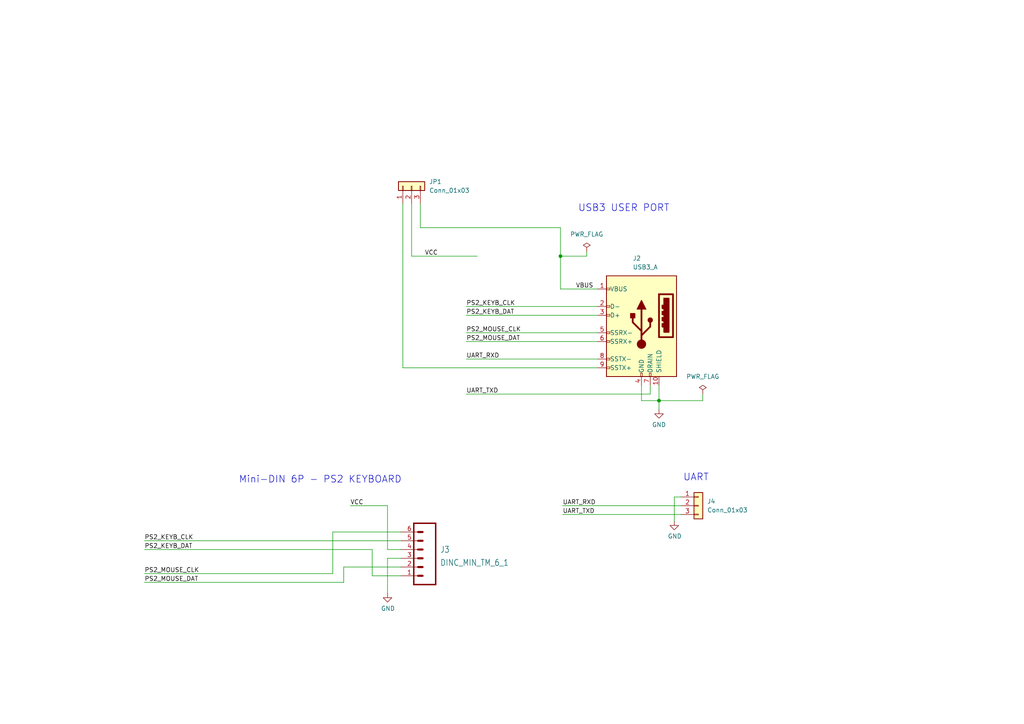
<source format=kicad_sch>
(kicad_sch (version 20211123) (generator eeschema)
  (paper "A4")
  (title_block (title "Pmod / USB3 adapters") (date "2023-02-25") (rev "${VERSION}") (comment 2 "2023 @somhi <@somhic at telegram>") (comment 3 "License: CC-BY-SA 4.0"))
  (lib_symbols
    (symbol "Connector:USB3_A" (pin_names (offset 1.016))
      (property "Reference" "J" (at -10.16 15.24 0))
      (property "Value" "USB3_A" (at 10.16 15.24 0))
      (symbol "USB3_A_0_0"
        (rectangle (start -9.144 8.636) (end -5.08 -3.81) (stroke (width 0.508)))
        (rectangle (start -7.874 7.366) (end -6.604 -2.286) (stroke (width 0.508)) (fill (type outline)))
        (rectangle (start -6.35 0) (end -6.096 -0.762) (stroke (width 0.508)))
        (rectangle (start -6.35 1.778) (end -6.096 1.016) (stroke (width 0.508)))
        (rectangle (start -6.35 3.556) (end -6.096 2.794) (stroke (width 0.508)))
        (rectangle (start -6.35 5.334) (end -6.096 4.572) (stroke (width 0.508)))
        (rectangle (start -2.794 -15.24) (end -2.286 -14.224))
        (rectangle (start -0.254 -15.24) (end 0.254 -14.224))
        (rectangle (start 10.16 -12.446) (end 9.144 -12.954))
        (rectangle (start 10.16 -9.906) (end 9.144 -10.414))
        (rectangle (start 10.16 -4.826) (end 9.144 -5.334))
        (rectangle (start 10.16 -2.286) (end 9.144 -2.794))
        (rectangle (start 10.16 2.794) (end 9.144 2.286))
        (rectangle (start 10.16 5.334) (end 9.144 4.826))
        (rectangle (start 10.16 10.414) (end 9.144 9.906))
      )
      (symbol "USB3_A_0_1"
        (rectangle (start -10.16 13.97) (end 10.16 -15.24) (stroke (width 0.254)) (fill (type background)))
      )
      (symbol "USB3_A_1_1"
        (circle (center -2.54 1.143) (radius 0.635) (stroke (width 0.254)) (fill (type outline)))
        (circle (center 0 -5.842) (radius 1.27) (fill (type outline)))
        (polyline (pts (xy 0 -5.842) (xy 0 4.318)) (stroke (width 0.508)))
        (polyline (pts (xy 0 -3.302) (xy -2.54 -0.762) (xy -2.54 0.508)) (stroke (width 0.508)))
        (polyline (pts (xy 0 -2.032) (xy 2.54 0.508) (xy 2.54 1.778)) (stroke (width 0.508)))
        (polyline (pts (xy -1.27 4.318) (xy 0 6.858) (xy 1.27 4.318) (xy -1.27 4.318)) (stroke (width 0.254)) (fill (type outline)))
        (rectangle (start 1.905 1.778) (end 3.175 3.048) (stroke (width 0.254)) (fill (type outline)))
        (pin power_in line (at 12.7 10.16 180) (length 2.54) (name "VBUS") (number "1"))
        (pin passive line (at -5.08 -17.78 90) (length 2.54) (name "SHIELD") (number "10"))
        (pin bidirectional line (at 12.7 5.08 180) (length 2.54) (name "D-") (number "2"))
        (pin bidirectional line (at 12.7 2.54 180) (length 2.54) (name "D+") (number "3"))
        (pin power_in line (at 0 -17.78 90) (length 2.54) (name "GND") (number "4"))
        (pin output line (at 12.7 -2.54 180) (length 2.54) (name "SSRX-") (number "5"))
        (pin output line (at 12.7 -5.08 180) (length 2.54) (name "SSRX+") (number "6"))
        (pin passive line (at -2.54 -17.78 90) (length 2.54) (name "DRAIN") (number "7"))
        (pin input line (at 12.7 -10.16 180) (length 2.54) (name "SSTX-") (number "8"))
        (pin input line (at 12.7 -12.7 180) (length 2.54) (name "SSTX+") (number "9"))
      )
    )
    (symbol "Connector_Generic:Conn_01x03" (pin_names (offset 1.016) hide)
      (property "Reference" "J" (at 0 5.08 0))
      (property "Value" "Conn_01x03" (at 0 -5.08 0))
      (symbol "Conn_01x03_1_1"
        (rectangle (start -1.27 -2.413) (end 0 -2.667) (stroke (width 0.1524)))
        (rectangle (start -1.27 0.127) (end 0 -0.127) (stroke (width 0.1524)))
        (rectangle (start -1.27 2.667) (end 0 2.413) (stroke (width 0.1524)))
        (rectangle (start -1.27 3.81) (end 1.27 -3.81) (stroke (width 0.254)) (fill (type background)))
        (pin passive line (at -5.08 2.54 0) (length 3.81) (name "Pin_1") (number "1"))
        (pin passive line (at -5.08 0 0) (length 3.81) (name "Pin_2") (number "2"))
        (pin passive line (at -5.08 -2.54 0) (length 3.81) (name "Pin_3") (number "3"))
      )
    )
    (symbol "power:GND" (power) (pin_names (offset 0))
      (property "Value" "GND" (at 0 -3.81 0))
      (symbol "GND_0_1"
        (polyline (pts (xy 0 0) (xy 0 -1.27) (xy 1.27 -1.27) (xy 0 -2.54) (xy -1.27 -1.27) (xy 0 -1.27)))
      )
      (symbol "GND_1_1"
        (pin power_in line (at 0 0 270) (length 0) hide (name "GND") (number "1"))
      )
    )
    (symbol "power:PWR_FLAG" (power) (pin_numbers hide) (pin_names (offset 0) hide)
      (property "Value" "PWR_FLAG" (at 0 3.81 0))
      (symbol "PWR_FLAG_0_0"
        (pin power_out line (at 0 0 90) (length 0) (name "pwr") (number "1"))
      )
      (symbol "PWR_FLAG_0_1"
        (polyline (pts (xy 0 0) (xy 0 1.27) (xy -1.016 1.905) (xy 0 2.54) (xy 1.016 1.905) (xy 0 1.27)))
      )
    )
    (symbol "zxuno-eagle-import:DINC_MIN_TM_6_1"
      (property "Value" "DINC_MIN_TM_6_1" (at -5.08 -10.16 0))
      (symbol "DINC_MIN_TM_6_1_1_0"
        (polyline (pts (xy -5.08 10.16) (xy -5.08 -7.62)) (stroke (width 0.4064)))
        (polyline (pts (xy -5.08 10.16) (xy 1.27 10.16)) (stroke (width 0.4064)))
        (polyline (pts (xy -1.27 -5.08) (xy 0 -5.08)) (stroke (width 0.6096)))
        (polyline (pts (xy -1.27 -2.54) (xy 0 -2.54)) (stroke (width 0.6096)))
        (polyline (pts (xy -1.27 0) (xy 0 0)) (stroke (width 0.6096)))
        (polyline (pts (xy -1.27 2.54) (xy 0 2.54)) (stroke (width 0.6096)))
        (polyline (pts (xy -1.27 5.08) (xy 0 5.08)) (stroke (width 0.6096)))
        (polyline (pts (xy -1.27 7.62) (xy 0 7.62)) (stroke (width 0.6096)))
        (polyline (pts (xy 1.27 -7.62) (xy -5.08 -7.62)) (stroke (width 0.4064)))
        (polyline (pts (xy 1.27 -7.62) (xy 1.27 10.16)) (stroke (width 0.4064)))
        (pin passive line (at 5.08 -5.08 180) (length 5.08) (name "1") (number "1"))
        (pin passive line (at 5.08 -2.54 180) (length 5.08) (name "2") (number "2"))
        (pin passive line (at 5.08 0 180) (length 5.08) (name "3") (number "3"))
        (pin passive line (at 5.08 2.54 180) (length 5.08) (name "4") (number "4"))
        (pin passive line (at 5.08 5.08 180) (length 5.08) (name "5") (number "5"))
        (pin passive line (at 5.08 7.62 180) (length 5.08) (name "6") (number "6"))
      )
    )
  )
  (junction (at 162.56 74.295))
  (junction (at 191.135 116.205))
  (wire (pts (xy 191.135 118.745) (xy 191.135 116.205)))
  (wire (pts (xy 121.92 66.04) (xy 162.56 66.04)))
  (wire (pts (xy 135.255 99.06) (xy 173.355 99.06)))
  (wire (pts (xy 96.52 154.305) (xy 116.205 154.305)))
  (wire (pts (xy 170.18 73.025) (xy 170.18 74.295)))
  (wire (pts (xy 163.195 149.225) (xy 197.485 149.225)))
  (wire (pts (xy 41.91 168.91) (xy 99.695 168.91)))
  (wire (pts (xy 96.52 166.37) (xy 96.52 154.305)))
  (wire (pts (xy 107.95 167.005) (xy 116.205 167.005)))
  (wire (pts (xy 162.56 83.82) (xy 173.355 83.82)))
  (wire (pts (xy 191.135 111.76) (xy 191.135 116.205)))
  (wire (pts (xy 107.95 159.385) (xy 107.95 167.005)))
  (wire (pts (xy 195.58 151.13) (xy 195.58 144.145)))
  (wire (pts (xy 41.91 166.37) (xy 96.52 166.37)))
  (wire (pts (xy 99.695 164.465) (xy 99.695 168.91)))
  (wire (pts (xy 119.38 59.055) (xy 119.38 74.295)))
  (wire (pts (xy 186.055 111.76) (xy 186.055 116.205)))
  (wire (pts (xy 163.195 146.685) (xy 197.485 146.685)))
  (wire (pts (xy 112.395 159.385) (xy 116.205 159.385)))
  (wire (pts (xy 41.91 159.385) (xy 107.95 159.385)))
  (wire (pts (xy 162.56 74.295) (xy 170.18 74.295)))
  (wire (pts (xy 162.56 74.295) (xy 162.56 83.82)))
  (wire (pts (xy 135.255 104.14) (xy 173.355 104.14)))
  (wire (pts (xy 101.6 146.685) (xy 112.395 146.685)))
  (wire (pts (xy 112.395 146.685) (xy 112.395 159.385)))
  (wire (pts (xy 135.255 91.44) (xy 173.355 91.44)))
  (wire (pts (xy 173.355 106.68) (xy 116.84 106.68)))
  (wire (pts (xy 116.205 161.925) (xy 112.395 161.925)))
  (wire (pts (xy 195.58 144.145) (xy 197.485 144.145)))
  (wire (pts (xy 203.835 116.205) (xy 191.135 116.205)))
  (wire (pts (xy 135.255 114.3) (xy 188.595 114.3)))
  (wire (pts (xy 186.055 116.205) (xy 191.135 116.205)))
  (wire (pts (xy 135.255 96.52) (xy 173.355 96.52)))
  (wire (pts (xy 135.255 88.9) (xy 173.355 88.9)))
  (wire (pts (xy 162.56 66.04) (xy 162.56 74.295)))
  (wire (pts (xy 121.92 59.055) (xy 121.92 66.04)))
  (wire (pts (xy 203.835 114.3) (xy 203.835 116.205)))
  (wire (pts (xy 116.84 106.68) (xy 116.84 59.055)))
  (wire (pts (xy 112.395 161.925) (xy 112.395 172.085)))
  (wire (pts (xy 116.205 164.465) (xy 99.695 164.465)))
  (wire (pts (xy 119.38 74.295) (xy 138.43 74.295)))
  (wire (pts (xy 188.595 114.3) (xy 188.595 111.76)))
  (wire (pts (xy 41.91 156.845) (xy 116.205 156.845)))
  (text "UART" (at 198.12 139.7 0) (effects (font (size 2 2)) (justify left bottom)))
  (text "Mini-DIN 6P - PS2 KEYBOARD" (at 69.215 140.335 0) (effects (font (size 2 2)) (justify left bottom)))
  (text "USB3 USER PORT" (at 167.64 61.595 0) (effects (font (size 2 2)) (justify left bottom)))
  (label "PS2_MOUSE_CLK" (at 135.255 96.52 0))
  (label "PS2_KEYB_CLK" (at 41.91 156.845 0))
  (label "VCC" (at 123.19 74.295 0))
  (label "PS2_MOUSE_DAT" (at 41.91 168.91 0))
  (label "UART_TXD" (at 163.195 149.225 0))
  (label "PS2_MOUSE_DAT" (at 135.255 99.06 0))
  (label "UART_RXD" (at 135.255 104.14 0))
  (label "VCC" (at 101.6 146.685 0))
  (label "UART_RXD" (at 163.195 146.685 0))
  (label "PS2_KEYB_DAT" (at 135.255 91.44 0))
  (label "PS2_MOUSE_CLK" (at 41.91 166.37 0))
  (label "PS2_KEYB_CLK" (at 135.255 88.9 0))
  (label "UART_TXD" (at 135.255 114.3 0))
  (label "VBUS" (at 167.005 83.82 0))
  (label "PS2_KEYB_DAT" (at 41.91 159.385 0))
  (symbol (lib_id "power:GND") (at 195.58 151.13 0) (unit 1)
    (property "Reference" "#PWR04" (effects hide))
    (property "Value" "GND" (at 195.707 155.5242 0))
  )
  (symbol (lib_id "power:GND") (at 191.135 118.745 0) (unit 1)
    (property "Reference" "#PWR0102" (effects hide))
    (property "Value" "GND" (at 191.135 123.19 0))
  )
  (symbol (lib_id "Connector:USB3_A") (at 186.055 93.98 0) (mirror y) (unit 1)
    (property "Reference" "J2" (at 183.515 74.93 0) (effects (justify right)))
    (property "Value" "USB3_A" (at 183.515 77.47 0) (effects (justify right)))
    (property "Footprint" "varis:USB-3.0-TH_C69073" (effects hide))
    (property "old_FP" "Connector_USB:USB3_A_Molex_48393-001" (effects hide))
  )
  (symbol (lib_id "power:PWR_FLAG") (at 203.835 114.3 0) (unit 1)
    (property "Reference" "#FLG0101" (effects hide))
    (property "Value" "PWR_FLAG" (at 203.835 109.22 0))
  )
  (symbol (lib_id "power:GND") (at 112.395 172.085 0) (unit 1)
    (property "Reference" "#PWR03" (effects hide))
    (property "Value" "GND" (at 112.522 176.4792 0))
  )
  (symbol (lib_id "zxuno-eagle-import:DINC_MIN_TM_6_1") (at 121.285 161.925 0) (mirror y) (unit 1)
    (property "Reference" "J3" (at 127.635 159.385 0) (effects (font (size 1.778 1.5113)) (justify right)))
    (property "Value" "DINC_MIN_TM_6_1" (at 127.635 163.195 0) (effects (font (size 1.778 1.5113)) (justify right)))
    (property "Footprint" "libraries:DINC_MIN_TM_6_1PRIMARY" (effects hide))
  )
  (symbol (lib_id "power:PWR_FLAG") (at 170.18 73.025 0) (unit 1)
    (property "Reference" "#FLG0102" (effects hide))
    (property "Value" "PWR_FLAG" (at 170.18 67.945 0))
  )
  (symbol (lib_id "Connector_Generic:Conn_01x03") (at 119.38 53.975 90) (unit 1)
    (property "Reference" "JP1" (at 124.46 52.7049 90) (effects (justify right)))
    (property "Value" "Conn_01x03" (at 124.46 55.2449 90) (effects (justify right)))
    (property "Footprint" "Connector_PinHeader_2.54mm:PinHeader_1x03_P2.54mm_Vertical" (effects hide))
  )
  (symbol (lib_id "Connector_Generic:Conn_01x03") (at 202.565 146.685 0) (unit 1)
    (property "Reference" "J4" (at 205.105 145.4149 0) (effects (justify left)))
    (property "Value" "Conn_01x03" (at 205.105 147.9549 0) (effects (justify left)))
    (property "Footprint" "Connector_PinHeader_2.54mm:PinHeader_1x03_P2.54mm_Vertical" (effects hide))
  )
)
</source>
